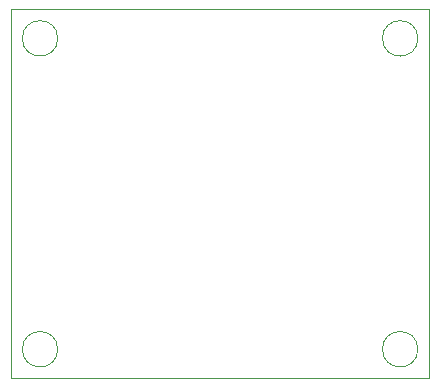
<source format=gbr>
G04 #@! TF.FileFunction,Profile,NP*
%FSLAX46Y46*%
G04 Gerber Fmt 4.6, Leading zero omitted, Abs format (unit mm)*
G04 Created by KiCad (PCBNEW 4.0.1-stable) date 19/01/2016 21:10:36*
%MOMM*%
G01*
G04 APERTURE LIST*
%ADD10C,0.100000*%
G04 APERTURE END LIST*
D10*
X174457500Y-106452500D02*
G75*
G03X174457500Y-106452500I-1500000J0D01*
G01*
X143967500Y-106452500D02*
G75*
G03X143967500Y-106452500I-1500000J0D01*
G01*
X174457500Y-80132500D02*
G75*
G03X174457500Y-80132500I-1500000J0D01*
G01*
X143967500Y-80132500D02*
G75*
G03X143967500Y-80132500I-1500000J0D01*
G01*
X140017500Y-77682500D02*
X175407500Y-77682500D01*
X140017500Y-108902500D02*
X140017500Y-77682500D01*
X175407500Y-108902500D02*
X140017500Y-108902500D01*
X175407500Y-77682500D02*
X175407500Y-108902500D01*
M02*

</source>
